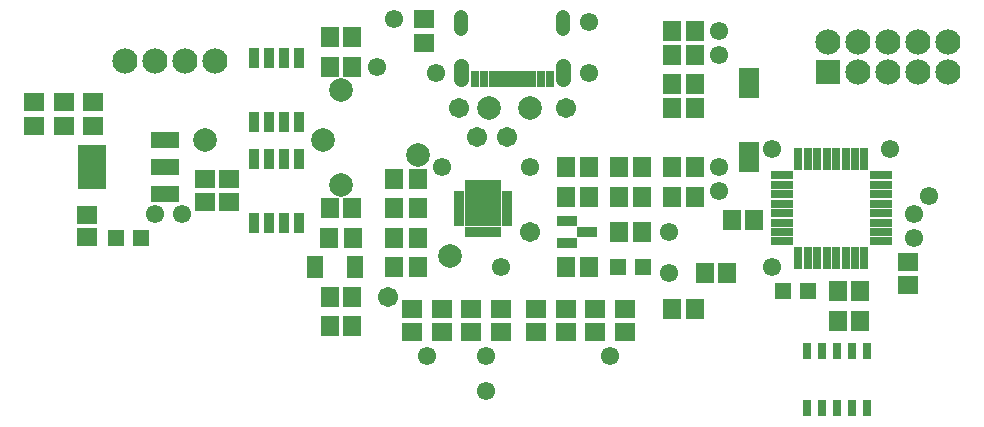
<source format=gbr>
G04 EAGLE Gerber RS-274X export*
G75*
%MOMM*%
%FSLAX34Y34*%
%LPD*%
%INSoldermask Top*%
%IPPOS*%
%AMOC8*
5,1,8,0,0,1.08239X$1,22.5*%
G01*
%ADD10R,1.803200X1.503200*%
%ADD11R,1.403200X1.403200*%
%ADD12R,2.438400X1.422400*%
%ADD13R,2.403200X3.803200*%
%ADD14R,1.703200X1.503200*%
%ADD15R,0.503200X0.953200*%
%ADD16R,0.953200X0.503200*%
%ADD17R,3.053200X3.053200*%
%ADD18C,1.209600*%
%ADD19C,1.253200*%
%ADD20R,0.803200X1.353200*%
%ADD21R,0.503200X1.353200*%
%ADD22R,0.853200X1.703200*%
%ADD23R,1.503200X1.703200*%
%ADD24R,1.503200X1.803200*%
%ADD25R,1.313200X1.933200*%
%ADD26R,1.753200X0.853200*%
%ADD27C,2.003200*%
%ADD28C,2.133600*%
%ADD29R,0.710400X1.965197*%
%ADD30R,1.965197X0.710400*%
%ADD31R,1.803200X2.503200*%
%ADD32R,0.711200X1.473200*%
%ADD33R,2.133600X2.133600*%
%ADD34C,1.553200*%
%ADD35C,1.703200*%


D10*
X165000Y240000D03*
X165000Y220000D03*
X70000Y285000D03*
X70000Y305000D03*
X20000Y285000D03*
X20000Y305000D03*
X45000Y285000D03*
X45000Y305000D03*
D11*
X110500Y190000D03*
X89500Y190000D03*
D12*
X130988Y226886D03*
X130988Y250000D03*
X130988Y273114D03*
D13*
X69010Y250000D03*
D14*
X65000Y190500D03*
X65000Y209500D03*
D15*
X387500Y195000D03*
X392500Y195000D03*
X397500Y195000D03*
X402500Y195000D03*
X407500Y195000D03*
X412500Y195000D03*
D16*
X420000Y202500D03*
X420000Y207500D03*
X420000Y212500D03*
X420000Y217500D03*
X420000Y222500D03*
X420000Y227500D03*
D15*
X412500Y235000D03*
X407500Y235000D03*
X402500Y235000D03*
X397500Y235000D03*
X392500Y235000D03*
X387500Y235000D03*
D16*
X380000Y227500D03*
X380000Y222500D03*
X380000Y217500D03*
X380000Y212500D03*
X380000Y207500D03*
X380000Y202500D03*
D17*
X400000Y215000D03*
D18*
X468200Y366793D02*
X468200Y376857D01*
X381800Y376857D02*
X381800Y366793D01*
D19*
X468200Y335275D02*
X468200Y324775D01*
X381800Y324775D02*
X381800Y335275D01*
D20*
X457000Y324275D03*
X393000Y324275D03*
X449000Y324275D03*
X401000Y324275D03*
D21*
X422500Y324275D03*
X427500Y324275D03*
X417500Y324275D03*
X412500Y324275D03*
X407500Y324275D03*
X432500Y324275D03*
X437500Y324275D03*
X442500Y324275D03*
D14*
X340000Y110500D03*
X340000Y129500D03*
X390000Y129500D03*
X390000Y110500D03*
X365000Y110500D03*
X365000Y129500D03*
X415000Y129500D03*
X415000Y110500D03*
X495000Y110500D03*
X495000Y129500D03*
X445000Y129500D03*
X445000Y110500D03*
X520000Y110500D03*
X520000Y129500D03*
X470000Y129500D03*
X470000Y110500D03*
D22*
X205950Y203000D03*
X218650Y203000D03*
X231350Y203000D03*
X244050Y203000D03*
X244050Y257000D03*
X231350Y257000D03*
X218650Y257000D03*
X205950Y257000D03*
D23*
X289500Y115000D03*
X270500Y115000D03*
D10*
X185000Y240000D03*
X185000Y220000D03*
D24*
X345000Y190000D03*
X325000Y190000D03*
X345000Y215000D03*
X325000Y215000D03*
X345000Y240000D03*
X325000Y240000D03*
X345000Y165000D03*
X325000Y165000D03*
X290000Y190000D03*
X270000Y190000D03*
D23*
X289500Y215000D03*
X270500Y215000D03*
X270500Y140000D03*
X289500Y140000D03*
D22*
X244050Y342000D03*
X231350Y342000D03*
X218650Y342000D03*
X205950Y342000D03*
X205950Y288000D03*
X218650Y288000D03*
X231350Y288000D03*
X244050Y288000D03*
D23*
X270500Y335000D03*
X289500Y335000D03*
X289500Y360000D03*
X270500Y360000D03*
D11*
X514500Y165000D03*
X535500Y165000D03*
D23*
X534500Y195000D03*
X515500Y195000D03*
D25*
X257950Y165000D03*
X292050Y165000D03*
D10*
X350000Y355000D03*
X350000Y375000D03*
D23*
X489500Y250000D03*
X470500Y250000D03*
X515500Y225000D03*
X534500Y225000D03*
X515500Y250000D03*
X534500Y250000D03*
D26*
X471500Y204600D03*
X471500Y185400D03*
X488500Y195000D03*
D23*
X489500Y225000D03*
X470500Y225000D03*
X470500Y165000D03*
X489500Y165000D03*
D27*
X265000Y272500D03*
X165000Y272500D03*
X280000Y235000D03*
X280000Y315000D03*
D28*
X96900Y340000D03*
X122300Y340000D03*
X147700Y340000D03*
X173100Y340000D03*
D27*
X345000Y260000D03*
X372500Y175000D03*
X440000Y300000D03*
X405000Y300000D03*
D29*
X667000Y173310D03*
X675000Y173310D03*
X683000Y173310D03*
X691000Y173310D03*
X699000Y173310D03*
X707000Y173310D03*
X715000Y173310D03*
X723000Y173310D03*
D30*
X736690Y187000D03*
X736690Y195000D03*
X736690Y203000D03*
X736690Y211000D03*
X736690Y219000D03*
X736690Y227000D03*
X736690Y235000D03*
X736690Y243000D03*
D29*
X723000Y256690D03*
X715000Y256690D03*
X707000Y256690D03*
X699000Y256690D03*
X691000Y256690D03*
X683000Y256690D03*
X675000Y256690D03*
X667000Y256690D03*
D30*
X653310Y243000D03*
X653310Y235000D03*
X653310Y227000D03*
X653310Y219000D03*
X653310Y211000D03*
X653310Y203000D03*
X653310Y195000D03*
X653310Y187000D03*
D23*
X629500Y205000D03*
X610500Y205000D03*
D11*
X654500Y145000D03*
X675500Y145000D03*
D31*
X625000Y258500D03*
X625000Y321500D03*
D23*
X607000Y160000D03*
X588000Y160000D03*
D14*
X760000Y169500D03*
X760000Y150500D03*
D23*
X700500Y145000D03*
X719500Y145000D03*
X560500Y300000D03*
X579500Y300000D03*
X560500Y320000D03*
X579500Y320000D03*
X579500Y250000D03*
X560500Y250000D03*
X579500Y225000D03*
X560500Y225000D03*
X579500Y130000D03*
X560500Y130000D03*
X579500Y345000D03*
X560500Y345000D03*
X579500Y365000D03*
X560500Y365000D03*
D32*
X700000Y94130D03*
X712700Y94130D03*
X725400Y94130D03*
X687300Y94130D03*
X674600Y94130D03*
X674600Y45870D03*
X687300Y45870D03*
X700000Y45870D03*
X712700Y45870D03*
X725400Y45870D03*
D23*
X700500Y120000D03*
X719500Y120000D03*
D33*
X692150Y330200D03*
D28*
X717550Y330200D03*
X742950Y330200D03*
X768350Y330200D03*
X793750Y330200D03*
X692150Y355600D03*
X717550Y355600D03*
X742950Y355600D03*
X768350Y355600D03*
X793750Y355600D03*
D34*
X145000Y210000D03*
X122500Y210000D03*
D35*
X320000Y140000D03*
X440000Y195000D03*
D34*
X352500Y90000D03*
X507500Y90000D03*
X365000Y250000D03*
X490000Y330000D03*
X490000Y372500D03*
X325000Y375000D03*
X360000Y330000D03*
X402500Y90000D03*
X402500Y60000D03*
X557500Y195000D03*
X557500Y160000D03*
D35*
X395000Y275000D03*
X420000Y275000D03*
X380000Y300000D03*
X470000Y300000D03*
D34*
X440000Y250000D03*
X165000Y272500D03*
X415000Y165000D03*
X310000Y335000D03*
X600000Y230000D03*
X765181Y210181D03*
X600000Y250000D03*
X777700Y225841D03*
X600000Y365000D03*
X600000Y345000D03*
X645000Y265000D03*
X645000Y165000D03*
X765000Y190000D03*
X745000Y265000D03*
M02*

</source>
